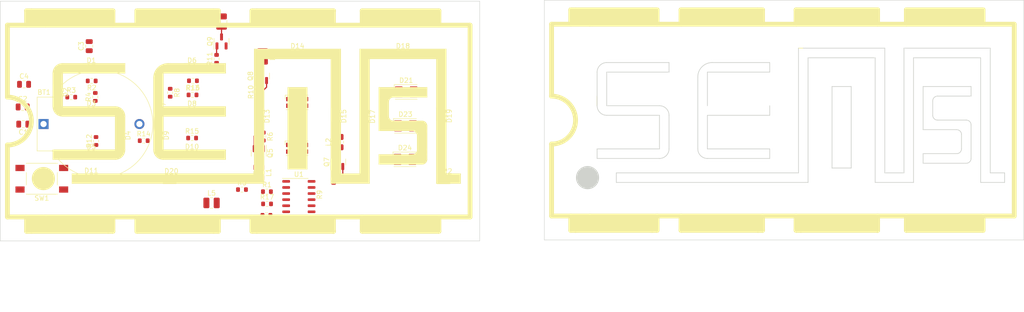
<source format=kicad_pcb>
(kicad_pcb (version 20221018) (generator pcbnew)
  (layers (0 "F.Cu" signal) (31 "B.Cu" signal) (34 "B.Paste" user) (35 "F.Paste" user) (36 "B.SilkS" user "B.Silkscreen") (37 "F.SilkS" user "F.Silkscreen") (38 "B.Mask" user) (39 "F.Mask" user) (44 "Edge.Cuts" user))
  (net 0 "")
  (net 1 "Net-(D1-K)")
  (net 2 "VCC")
  (net 3 "Net-(D10-K)")
  (net 4 "/LED_EN_M")
  (net 5 "Earth")
  (net 6 "GND")
  (net 7 "/LED_VCC_15_B")
  (net 8 "/LED_VCC_15_G")
  (net 9 "/LED_VCC_15_R")
  (net 13 "Net-(Q7-D)")
  (net 14 "Net-(Q8-D)")
  (net 15 "Net-(Q11-D)")
  (net 16 "/LED_EN_S")
  (net 17 "/LED_EN_E")
  (net 20 "Net-(SW1A-A)")
  (net 26 "Net-(Q5-D)")
  (net 27 "Net-(Q9-D)")
  (net 28 "Net-(Q1-G)")
  (net 29 "Net-(Q6-G)")
  (net 30 "Net-(D2-A)")
  (net 31 "Net-(D3-A)")
  (net 32 "Net-(D4-A)")
  (net 33 "Net-(D5-A)")
  (net 34 "Net-(D6-A)")
  (net 35 "Net-(D7-A)")
  (net 36 "Net-(D8-A)")
  (net 37 "Net-(D9-A)")
  (net 38 "Net-(D10-A)")
  (net 39 "Net-(D11-K)")
  (net 40 "Net-(Q2-G)")
  (net 41 "Net-(D1-A)")
  (footprint "LED_SMD:LED_RGB_Wuerth-PLCC4_3.2x2.8mm_150141M173100" (layer "F.Cu") (at 106.672 43.9244)
    (fp_text reference "D21")
    (fp_text value "LED_ARGB")
  )
  (footprint "LED_SMD:LED_RGB_Wuerth-PLCC4_3.2x2.8mm_150141M173100" (layer "F.Cu") (at 106.4186 57.9848)
    (fp_text reference "D24")
    (fp_text value "LED_ARGB")
  )
  (footprint "Inductor_SMD:L_1008_2520Metric" (layer "F.Cu") (at 92.4994 54.3952 90)
    (fp_text reference "L2")
    (fp_text value "L")
  )
  (footprint "LED_SMD:LED_RGB_Wuerth-PLCC4_3.2x2.8mm_150141M173100" (layer "F.Cu") (at 83.9142 55.6734)
    (fp_text reference "D16")
    (fp_text value "LED_ARGB")
  )
  (footprint "Resistor_SMD:R_0603_1608Metric" (layer "F.Cu") (at 57.4474 44.091 -90)
    (fp_text reference "R8")
    (fp_text value "R")
  )
  (footprint "LED_SMD:LED_0805_2012Metric" (layer "F.Cu") (at 114.8237 62.125)
    (fp_text reference "D22")
    (fp_text value "LED")
  )
  (footprint "Resistor_SMD:R_0603_1608Metric" (layer "F.Cu") (at 41.8264 44.9678 90)
    (fp_text reference "R4")
    (fp_text value "R")
  )
  (footprint "Resistor_SMD:R_0603_1608Metric" (layer "F.Cu") (at 41.9788 54.1626 90)
    (fp_text reference "R12")
    (fp_text value "R")
  )
  (footprint "LED_SMD:LED_0805_2012Metric" (layer "F.Cu") (at 41 57)
    (fp_text reference "D5")
    (fp_text value "LED")
  )
  (footprint "LED_SMD:LED_0805_2012Metric" (layer "F.Cu") (at 41 39)
    (fp_text reference "D1")
    (fp_text value "LED")
  )
  (footprint "LED_SMD:LED_0805_2012Metric" (layer "F.Cu") (at 34 44 -90)
    (fp_text reference "D2")
    (fp_text value "LED")
  )
  (footprint "Resistor_SMD:R_0603_1608Metric" (layer "F.Cu") (at 62.0194 53.5398)
    (fp_text reference "R15")
    (fp_text value "R")
  )
  (footprint "Resistor_SMD:R_0603_1608Metric" (layer "F.Cu") (at 36.8104 45.0054)
    (fp_text reference "R3")
    (fp_text value "R")
  )
  (footprint "Resistor_SMD:R_0603_1608Metric" (layer "F.Cu") (at 51.9234 54.0986)
    (fp_text reference "R14")
    (fp_text value "R")
  )
  (footprint "Inductor_SMD:L_1008_2520Metric" (layer "F.Cu") (at 66.0752 67.078)
    (fp_text reference "L5")
    (fp_text value "L")
  )
  (footprint "LED_SMD:LED_0805_2012Metric" (layer "F.Cu") (at 62 57)
    (fp_text reference "D10")
    (fp_text value "LED")
  )
  (footprint "Resistor_SMD:R_0603_1608Metric" (layer "F.Cu") (at 75.71 43.9386 90)
    (fp_text reference "R10")
    (fp_text value "100k")
  )
  (footprint "karifa:CR2032_Holder" (layer "F.Cu") (at 31.0314 50.6188)
    (fp_text reference "BT1")
    (fp_text value "Battery")
  )
  (footprint "Resistor_SMD:R_0603_1608Metric" (layer "F.Cu") (at 77.6536 67.2812)
    (fp_text reference "R17")
    (fp_text value "R")
  )
  (footprint "LED_SMD:LED_0805_2012Metric" (layer "F.Cu") (at 92 49 -90)
    (fp_text reference "D15")
    (fp_text value "LED")
  )
  (footprint "Inductor_SMD:L_1008_2520Metric" (layer "F.Cu") (at 76.726 36.5218 -90)
    (fp_text reference "L3")
    (fp_text value "L")
  )
  (footprint "Capacitor_SMD:C_0805_2012Metric" (layer "F.Cu") (at 26.6778 47.0628)
    (fp_text reference "C2")
    (fp_text value "C")
  )
  (footprint "Resistor_SMD:R_0603_1608Metric" (layer "F.Cu") (at 62.1972 41.6018 180)
    (fp_text reference "R16")
    (fp_text value "R")
  )
  (footprint "LED_SMD:LED_0805_2012Metric" (layer "F.Cu") (at 84 36)
    (fp_text reference "D14")
    (fp_text value "LED")
  )
  (footprint "Capacitor_SMD:C_0805_2012Metric" (layer "F.Cu") (at 40.5564 34.373 90)
    (fp_text reference "C3")
    (fp_text value "C")
  )
  (footprint "LED_SMD:LED_0805_2012Metric" (layer "F.Cu") (at 41 62)
    (fp_text reference "D11")
    (fp_text value "LED")
  )
  (footprint "sajat:SW_Push_K2-1102SP" (layer "F.Cu") (at 30.6724 62.034 90)
    (fp_text reference "SW1")
    (fp_text value "SW_DPST_x2")
  )
  (footprint "Inductor_SMD:L_1008_2520Metric" (layer "F.Cu") (at 68.1662 29.2492 90)
    (fp_text reference "L4")
    (fp_text value "L")
  )
  (footprint "LED_SMD:LED_0805_2012Metric" (layer "F.Cu") (at 62 39)
    (fp_text reference "D6")
    (fp_text value "LED")
  )
  (footprint "LED_SMD:LED_0805_2012Metric" (layer "F.Cu") (at 55 44 -90)
    (fp_text reference "D7")
    (fp_text value "LED")
  )
  (footprint "Inductor_SMD:L_1008_2520Metric" (layer "F.Cu") (at 75.9386 60.74315 -90)
    (fp_text reference "L1")
    (fp_text value "L")
  )
  (footprint "Package_SO:STC_SOP-16_3.9x9.9mm_P1.27mm" (layer "F.Cu") (at 84.2868 67.0272 -90)
    (fp_text reference "U1")
    (fp_text value "STC8G1K08-SOP16")
  )
  (footprint "sajat:SOT-23" (layer "F.Cu") (at 75.9132 56.69635 90)
    (fp_text reference "Q5")
    (fp_text value "AO3401A")
  )
  (footprint "Resistor_SMD:R_0603_1608Metric" (layer "F.Cu") (at 72.4212 64.2932)
    (fp_text reference "R5")
    (fp_text value "R")
  )
  (footprint "Resistor_SMD:R_0603_1608Metric" (layer "F.Cu") (at 62.1088 44.5482)
    (fp_text reference "R13")
    (fp_text value "R")
  )
  (footprint "LED_SMD:LED_0805_2012Metric" (layer "F.Cu") (at 55 53 -90)
    (fp_text reference "D9")
    (fp_text value "LED")
  )
  (footprint "LED_SMD:LED_RGB_Wuerth-PLCC4_3.2x2.8mm_150141M173100" (layer "F.Cu") (at 83.939 46.1088)
    (fp_text reference "D12")
    (fp_text value "LED_ARGB")
  )
  (footprint "sajat:SOT-23" (layer "F.Cu") (at 68.156 33.3917 -90)
    (fp_text reference "Q9")
    (fp_text value "AO3401A")
  )
  (footprint "Capacitor_SMD:C_0805_2012Metric" (layer "F.Cu") (at 26.9674 42.3384)
    (fp_text reference "C4")
    (fp_text value "C")
  )
  (footprint "LED_SMD:LED_0805_2012Metric" (layer "F.Cu") (at 41 48)
    (fp_text reference "D3")
    (fp_text value "LED")
  )
  (footprint "Resistor_SMD:R_0603_1608Metric" (layer "F.Cu") (at 76.8784 53.22875 -90)
    (fp_text reference "R6")
    (fp_text value "100k")
  )
  (footprint "LED_SMD:LED_0805_2012Metric" (layer "F.Cu") (at 98 49.0625 -90)
    (fp_text reference "D17")
    (fp_text value "LED")
  )
  (footprint "Resistor_SMD:R_0603_1608Metric" (layer "F.Cu") (at 67.1248 37.0338 90)
    (fp_text reference "R11")
    (fp_text value "100k")
  )
  (footprint "LED_SMD:LED_RGB_Wuerth-PLCC4_3.2x2.8mm_150141M173100" (layer "F.Cu") (at 106.5202 50.9998)
    (fp_text reference "D23")
    (fp_text value "LED_ARGB")
  )
  (footprint "LED_SMD:LED_0805_2012Metric" (layer "F.Cu") (at 106 36)
    (fp_text reference "D18")
    (fp_text value "LED")
  )
  (footprint "Resistor_SMD:R_0603_1608Metric" (layer "F.Cu") (at 77.6282 64.7158)
    (fp_text reference "R1")
    (fp_text value "R")
  )
  (footprint "Resistor_SMD:R_0603_1608Metric" (layer "F.Cu") (at 77.5256 69.6434 180)
    (fp_text reference "R7")
    (fp_text value "R")
  )
  (footprint "Capacitor_SMD:C_0805_2012Metric" (layer "F.Cu") (at 26.8048 50.6442 180)
    (fp_text reference "C1")
    (fp_text value "C")
  )
  (footprint "Resistor_SMD:R_0603_1608Metric" (layer "F.Cu") (at 91.5342 62.061 90)
    (fp_text reference "R9")
    (fp_text value "100k")
  )
  (footprint "sajat:SOT-23" (layer "F.Cu") (at 92.4994 58.5436 -90)
    (fp_text reference "Q7")
    (fp_text value "AO3401A")
  )
  (footprint "LED_SMD:LED_0805_2012Metric" (layer "F.Cu") (at 57.7037 62.0996)
    (fp_text reference "D20")
    (fp_text value "LED")
  )
  (footprint "Resistor_SMD:R_0603_1608Metric" (layer "F.Cu") (at 41.0776 41.6272 180)
    (fp_text reference "R2")
    (fp_text value "R")
  )
  (footprint "LED_SMD:LED_0805_2012Metric" (layer "F.Cu") (at 76 49 -90)
    (fp_text reference "D13")
    (fp_text value "LED")
  )
  (footprint "LED_SMD:LED_0805_2012Metric" (layer "F.Cu") (at 47 53 -90)
    (fp_text reference "D4")
    (fp_text value "LED")
  )
  (footprint "LED_SMD:LED_0805_2012Metric" (layer "F.Cu") (at 114 48.9375 -90)
    (fp_text reference "D19")
    (fp_text value "LED")
  )
  (footprint "sajat:SOT-23" (layer "F.Cu") (at 76.599 40.6112 -90)
    (fp_text reference "Q8")
    (fp_text value "AO3401A")
  )
  (footprint "LED_SMD:LED_0805_2012Metric" (layer "F.Cu") (at 62 48)
    (fp_text reference "D8")
    (fp_text value "LED")
  )
  (gr_line (start 50.5 73) (end 50.5 70) (stroke (width 1)) (layer "F.SilkS"))
  (gr_line (start 99 37) (end 113 37) (stroke (width 0.15)) (layer "F.SilkS"))
  (gr_line (start 37 63) (end 77 63) (stroke (width 0.15)) (layer "F.SilkS"))
  (gr_line (start 48 40) (end 35 40) (stroke (width 0.15)) (layer "F.SilkS"))
  (gr_line (start 164 72.8) (end 164 69.8) (stroke (width 1)) (layer "F.SilkS"))
  (gr_line (start 101 57) (end 108 57) (stroke (width 0.15)) (layer "F.SilkS"))
  (gr_line (start 27.5 27) (end 28.5 27) (stroke (width 1)) (layer "F.SilkS"))
  (gr_line (start 145 69.8) (end 233.5 69.8) (stroke (width 1)) (layer "F.SilkS"))
  (gr_line (start 104 50) (end 110 50) (stroke (width 0.15)) (layer "F.SilkS"))
  (gr_line (start 75.5 27) (end 74.5 27) (stroke (width 1)) (layer "F.SilkS"))
  (gr_line (start 164 26.8) (end 164 29.8) (stroke (width 1)) (layer "F.SilkS"))
  (gr_arc (start 56 58) (mid 54.585786 57.414214) (end 54 56) (stroke (width 0.15)) (layer "F.SilkS"))
  (gr_arc (start 110 50) (mid 110.707107 50.292893) (end 111 51) (stroke (width 0.15)) (layer "F.SilkS"))
  (gr_line (start 145 29.8) (end 233.5 29.8) (stroke (width 1)) (layer "F.SilkS"))
  (gr_arc (start 111 58) (mid 110.707107 58.707107) (end 110 59) (stroke (width 0.15)) (layer "F.SilkS"))
  (gr_line (start 56 49) (end 56 56) (stroke (width 0.15)) (layer "F.SilkS"))
  (gr_line (start 189.5 34.8) (end 188.5 34.8) (stroke (width 0.15)) (layer "F.SilkS"))
  (gr_arc (start 33 40) (mid 33.585786 38.585786) (end 35 38) (stroke (width 0.15)) (layer "F.SilkS"))
  (gr_line (start 37 61) (end 37 63) (stroke (width 0.15)) (layer "F.SilkS"))
  (gr_line (start 205 72.8) (end 189 72.8) (stroke (width 1)) (layer "F.SilkS"))
  (gr_line (start 66.5 27) (end 67.5 27) (stroke (width 1)) (layer "F.SilkS"))
  (gr_line (start 27.5 27) (end 27.5 30) (stroke (width 1)) (layer "F.SilkS"))
  (gr_line (start 93 61) (end 97 61) (stroke (width 0.15)) (layer "F.SilkS"))
  (gr_line (start 113 63) (end 118 63) (stroke (width 0.15)) (layer "F.SilkS"))
  (gr_line (start 75 35) (end 75 61) (stroke (width 0.15)) (layer "F.SilkS"))
  (gr_line (start 227 72.8) (end 227 69.8) (stroke (width 1)) (layer "F.SilkS"))
  (gr_line (start 180 26.8) (end 181 26.8) (stroke (width 1)) (layer "F.SilkS"))
  (gr_arc (start 109 56) (mid 108.707107 56.707107) (end 108 57) (stroke (width 0.15)) (layer "F.SilkS"))
  (gr_line (start 164 72.8) (end 180 72.8) (stroke (width 1)) (layer "F.SilkS"))
  (gr_line (start 50.5 27) (end 66.5 27) (stroke (width 1)) (layer "F.SilkS"))
  (gr_line (start 189 72.8) (end 188 72.8) (stroke (width 1)) (layer "F.SilkS"))
  (gr_line (start 91 63) (end 99 63) (stroke (width 0.15)) (layer "F.SilkS"))
  (gr_line (start 93 35) (end 76 35) (stroke (width 0.15)) (layer "F.SilkS"))
  (gr_line (start 91.5 27) (end 75.5 27) (stroke (width 1)) (layer "F.SilkS"))
  (gr_line (start 188 26.8) (end 188 29.8) (stroke (width 1)) (layer "F.SilkS"))
  (gr_line (start 158 26.8) (end 159 26.8) (stroke (width 1)) (layer "F.SilkS"))
  (gr_line (start 45.5 73) (end 45.5 70) (stroke (width 1)) (layer "F.SilkS"))
  (gr_line (start 69 38) (end 69 40) (stroke (width 0.15)) (layer "F.SilkS"))
  (gr_line (start 27.5 73) (end 27.5 70) (stroke (width 1)) (layer "F.SilkS"))
  (gr_line (start 101 52) (end 101 43) (stroke (width 0.15)) (layer "F.SilkS"))
  (gr_arc (start 48 56) (mid 47.414214 57.414214) (end 46 58) (stroke (width 0.15)) (layer "F.SilkS"))
  (gr_line (start 111 43) (end 111 45) (stroke (width 0.15)) (layer "F.SilkS"))
  (gr_line (start 56 58) (end 69 58) (stroke (width 0.15)) (layer "F.SilkS"))
  (gr_line (start 205 72.8) (end 205 72.8) (stroke (width 1)) (layer "F.SilkS"))
  (gr_line (start 27.5 27) (end 27.5 28) (stroke (width 0.15)) (layer "F.SilkS"))
  (gr_line (start 82 60) (end 86 60) (stroke (width 0.15)) (layer "F.SilkS"))
  (gr_arc (start 46 47) (mid 47.414214 47.585786) (end 48 49) (stroke (width 0.15)) (layer "F.SilkS"))
  (gr_line (start 56 40) (end 69 40) (stroke (width 0.15)) (layer "F.SilkS"))
  (gr_line (start 137 29.8) (end 137 44.8) (stroke (width 1)) (layer "F.SilkS"))
  (gr_line (start 86 43) (end 82 43) (stroke (width 0.15)) (layer "F.SilkS"))
  (gr_line (start 181 26.8) (end 181 29.8) (stroke (width 1)) (layer "F.SilkS"))
  (gr_line (start 146.5 46.8) (end 146.5 44.8) (stroke (width 0.15)) (layer "F.SilkS"))
  (gr_line (start 110 59) (end 101 59) (stroke (width 0.15)) (layer "F.SilkS"))
  (gr_line (start 113.5 73) (end 97.5 73) (stroke (width 1)) (layer "F.SilkS"))
  (gr_line (start 180 72.8) (end 181 72.8) (stroke (width 1)) (layer "F.SilkS"))
  (gr_line (start 74.5 27) (end 74.5 30) (stroke (width 1)) (layer "F.SilkS"))
  (gr_line (start 91 37) (end 91 63) (stroke (width 0.15)) (layer "F.SilkS"))
  (gr_line (start 23.5 55) (end 23.5 70) (stroke (width 1)) (layer "F.SilkS"))
  (gr_line (start 33 47) (end 33 45) (stroke (width 0.15)) (layer "F.SilkS"))
  (gr_line (start 56 47) (end 56 40) (stroke (width 0.15)) (layer "F.SilkS"))
  (gr_line (start 137 29.8) (end 145 29.8) (stroke (width 1)) (layer "F.SilkS"))
  (gr_line (start 28.5 73) (end 44.5 73) (stroke (width 1)) (layer "F.SilkS"))
  (gr_line (start 33 40) (end 33 47) (stroke (width 0.15)) (layer "F.SilkS"))
  (gr_line (start 91.5 27) (end 91.5 27) (stroke (width 1)) (layer "F.SilkS"))
  (gr_line (start 118 61) (end 115 61) (stroke (width 0.15)) (layer "F.SilkS"))
  (gr_line (start 56 47) (end 69 47) (stroke (width 0.15)) (layer "F.SilkS"))
  (gr_line (start 91.5 73) (end 75.5 73) (stroke (width 1)) (layer "F.SilkS"))
  (gr_line (start 141 72.8) (end 142 72.8) (stroke (width 1)) (layer "F.SilkS"))
  (gr_line (start 159 72.8) (end 159 69.8) (stroke (width 1)) (layer "F.SilkS"))
  (gr_arc (start 104 50) (mid 103.292893 49.707107) (end 103 49) (stroke (width 0.15)) (layer "F.SilkS"))
  (gr_line (start 142 72.8) (end 158 72.8) (stroke (width 1)) (layer "F.SilkS"))
  (gr_line (start 48 38) (end 35 38) (stroke (width 0.15)) (layer "F.SilkS"))
  (gr_line (start 159 26.8) (end 159 29.8) (stroke (width 1)) (layer "F.SilkS"))
  (gr_arc (start 108 52) (mid 108.707107 52.292893) (end 109 53) (stroke (width 0.15)) (layer "F.SilkS"))
  (gr_arc (start 103 46) (mid 103.292893 45.292893) (end 104 45) (stroke (width 0.15)) (layer "F.SilkS"))
  (gr_line (start 91.5 73) (end 91.5 70) (stroke (width 1)) (layer "F.SilkS"))
  (gr_line (start 113.5 73) (end 113.5 70) (stroke (width 1)) (layer "F.SilkS"))
  (gr_line (start 44.5 27) (end 45.5 27) (stroke (width 1)) (layer "F.SilkS"))
  (gr_line (start 45.5 27) (end 45.5 30) (stroke (width 1)) (layer "F.SilkS"))
  (gr_line (start 93 61) (end 93 35) (stroke (width 0.15)) (layer "F.SilkS"))
  (gr_line (start 137 54.8) (end 137 69.8) (stroke (width 1)) (layer "F.SilkS"))
  (gr_line (start 23.5 70) (end 31.5 70) (stroke (width 1)) (layer "F.SilkS"))
  (gr_line (start 48 49) (end 48 56) (stroke (width 0.15)) (layer "F.SilkS"))
  (gr_line (start 75 61) (end 37 61) (stroke (width 0.15)) (layer "F.SilkS"))
  (gr_line (start 227 26.8) (end 227 29.8) (stroke (width 1)) (layer "F.SilkS"))
  (gr_line (start 97.5 27) (end 97.5 30) (stroke (width 1)) (layer "F.SilkS"))
  (gr_line (start 82 43) (end 82 60) (stroke (width 0.15)) (layer "F.SilkS"))
  (gr_line (start 69 56) (end 69 58) (stroke (width 0.15)) (layer "F.SilkS"))
  (gr_line (start 77 63) (end 77 37) (stroke (width 0.15)) (layer "F.SilkS"))
  (gr_line (start 101 43) (end 111 43) (stroke (width 0.15)) (layer "F.SilkS"))
  (gr_line (start 141 26.8) (end 141 27.8) (stroke (width 0.15)) (layer "F.SilkS"))
  (gr_line (start 211 26.8) (end 211 29.8) (stroke (width 1)) (layer "F.SilkS"))
  (gr_line (start 108 52) (end 101 52) (stroke (width 0.15)) (layer "F.SilkS"))
  (gr_line (start 75.5 73) (end 74.5 73) (stroke (width 1)) (layer "F.SilkS"))
  (gr_line (start 74.5 73) (end 74.5 70) (stroke (width 1)) (layer "F.SilkS"))
  (gr_arc (start 23.5 45) (mid 28.5 50) (end 23.5 55) (stroke (width 1)) (layer "F.SilkS"))
  (gr_line (start 35 47) (end 46 47) (stroke (width 0.15)) (layer "F.SilkS"))
  (gr_line (start 227 26.8) (end 211 26.8) (stroke (width 1)) (layer "F.SilkS"))
  (gr_line (start 35 40) (end 35 47) (stroke (width 0.15)) (layer "F.SilkS"))
  (gr_line (start 164 26.8) (end 180 26.8) (stroke (width 1)) (layer "F.SilkS"))
  (gr_line (start 205 26.8) (end 205 26.8) (stroke (width 1)) (layer "F.SilkS"))
  (gr_line (start 115 35) (end 97 35) (stroke (width 0.15)) (layer "F.SilkS"))
  (gr_line (start 99 63) (end 99 37) (stroke (width 0.15)) (layer "F.SilkS"))
  (gr_line (start 111 51) (end 111 58) (stroke (width 0.15)) (layer "F.SilkS"))
  (gr_line (start 115 61) (end 115 35) (stroke (width 0.15)) (layer "F.SilkS"))
  (gr_line (start 33 56) (end 33 58) (stroke (width 0.15)) (layer "F.SilkS"))
  (gr_line (start 113.5 27) (end 113.5 30) (stroke (width 1)) (layer "F.SilkS"))
  (gr_line (start 56 56) (end 69 56) (stroke (width 0.15)) (layer "F.SilkS"))
  (gr_line (start 158 72.8) (end 159 72.8) (stroke (width 1)) (layer "F.SilkS"))
  (gr_line (start 77 37) (end 91 37) (stroke (width 0.15)) (layer "F.SilkS"))
  (gr_arc (start 54 41) (mid 54.87868 38.87868) (end 57 38) (stroke (width 0.15)) (layer "F.SilkS"))
  (gr_line (start 76 35) (end 75 35) (stroke (width 0.15)) (layer "F.SilkS"))
  (gr_line (start 33 58) (end 46 58) (stroke (width 0.15)) (layer "F.SilkS"))
  (gr_line (start 31.5 70) (end 120 70) (stroke (width 1)) (layer "F.SilkS"))
  (gr_line (start 23.5 30) (end 23.5 45) (stroke (width 1)) (layer "F.SilkS"))
  (gr_line (start 211 72.8) (end 211 69.8) (stroke (width 1)) (layer "F.SilkS"))
  (gr_line (start 181 72.8) (end 181 69.8) (stroke (width 1)) (layer "F.SilkS"))
  (gr_line (start 67.5 73) (end 67.5 70) (stroke (width 1)) (layer "F.SilkS"))
  (gr_line (start 227 72.8) (end 211 72.8) (stroke (width 1)) (layer "F.SilkS"))
  (gr_line (start 86 60) (end 86 43) (stroke (width 0.15)) (layer "F.SilkS"))
  (gr_line (start 54 41) (end 54 56) (stroke (width 0.15)) (layer "F.SilkS"))
  (gr_line (start 205 72.8) (end 205 69.8) (stroke (width 1)) (layer "F.SilkS"))
  (gr_line (start 23.5 30) (end 31.5 30) (stroke (width 1)) (layer "F.SilkS"))
  (gr_line (start 113 37) (end 113 63) (stroke (width 0.15)) (layer "F.SilkS"))
  (gr_line (start 46 49) (end 46 56) (stroke (width 0.15)) (layer "F.SilkS"))
  (gr_circle (center 31 62) (end 32.414214 62) (stroke (width 2)) (fill solid) (layer "F.SilkS"))
  (gr_line (start 27.5 73) (end 27.5 72) (stroke (width 0.15)) (layer "F.SilkS"))
  (gr_line (start 31.5 30) (end 120 30) (stroke (width 1)) (layer "F.SilkS"))
  (gr_line (start 141 72.8) (end 141 71.8) (stroke (width 0.15)) (layer "F.SilkS"))
  (gr_line (start 69 38) (end 57 38) (stroke (width 0.15)) (layer "F.SilkS"))
  (gr_line (start 233.5 29.8) (end 233.5 69.8) (stroke (width 1)) (layer "F.SilkS"))
  (gr_arc (start 35 49) (mid 33.585786 48.414214) (end 33 47) (stroke (width 0.15)) (layer "F.SilkS"))
  (gr_line (start 69 47) (end 69 49) (stroke (width 0.15)) (layer "F.SilkS"))
  (gr_line (start 120 30) (end 120 70) (stroke (width 1)) (layer "F.SilkS"))
  (gr_line (start 141 26.8) (end 142 26.8) (stroke (width 1)) (layer "F.SilkS"))
  (gr_line (start 97 61) (end 97 35) (stroke (width 0.15)) (layer "F.SilkS"))
  (gr_line (start 46 56) (end 33 56) (stroke (width 0.15)) (layer "F.SilkS"))
  (gr_line (start 48 38) (end 48 40) (stroke (width 0.15)) (layer "F.SilkS"))
  (gr_line (start 97.5 73) (end 97.5 70) (stroke (width 1)) (layer "F.SilkS"))
  (gr_line (start 101 59) (end 101 57) (stroke (width 0.15)) (layer "F.SilkS"))
  (gr_arc (start 137 44.8) (mid 142 49.8) (end 137 54.8) (stroke (width 1)) (layer "F.SilkS"))
  (gr_line (start 27.5 73) (end 28.5 73) (stroke (width 1)) (layer "F.SilkS"))
  (gr_line (start 109 56) (end 109 53) (stroke (width 0.15)) (layer "F.SilkS"))
  (gr_line (start 137 69.8) (end 145 69.8) (stroke (width 1)) (layer "F.SilkS"))
  (gr_line (start 50.5 73) (end 66.5 73) (stroke (width 1)) (layer "F.SilkS"))
  (gr_line (start 188 72.8) (end 188 69.8) (stroke (width 1)) (layer "F.SilkS"))
  (gr_line (start 91.5 27) (end 91.5 30) (stroke (width 1)) (layer "F.SilkS"))
  (gr_line (start 113.5 27) (end 97.5 27) (stroke (width 1)) (layer "F.SilkS"))
  (gr_line (start 141 72.8) (end 141 69.8) (stroke (width 1)) (layer "F.SilkS"))
  (gr_line (start 142 26.8) (end 158 26.8) (stroke (width 1)) (layer "F.SilkS"))
  (gr_line (start 66.5 73) (end 67.5 73) (stroke (width 1)) (layer "F.SilkS"))
  (gr_line (start 205 26.8) (end 205 29.8) (stroke (width 1)) (layer "F.SilkS"))
  (gr_line (start 205 26.8) (end 189 26.8) (stroke (width 1)) (layer "F.SilkS"))
  (gr_line (start 28.5 27) (end 44.5 27) (stroke (width 1)) (layer "F.SilkS"))
  (gr_line (start 44.5 73) (end 45.5 73) (stroke (width 1)) (layer "F.SilkS"))
  (gr_line (start 141 26.8) (end 141 29.8) (stroke (width 1)) (layer "F.SilkS"))
  (gr_line (start 189 26.8) (end 188 26.8) (stroke (width 1)) (layer "F.SilkS"))
  (gr_line (start 46 49) (end 35 49) (stroke (width 0.15)) (layer "F.SilkS"))
  (gr_line (start 67.5 27) (end 67.5 30) (stroke (width 1)) (layer "F.SilkS"))
  (gr_line (start 111 45) (end 104 45) (stroke (width 0.15)) (layer "F.SilkS"))
  (gr_line (start 91.5 73) (end 91.5 73) (stroke (width 1)) (layer "F.SilkS"))
  (gr_line (start 118 63) (end 118 61) (stroke (width 0.15)) (layer "F.SilkS"))
  (gr_line (start 103 46) (end 103 49) (stroke (width 0.15)) (layer "F.SilkS"))
  (gr_line (start 56 49) (end 69 49) (stroke (width 0.15)) (layer "F.SilkS"))
  (gr_line (start 50.5 27) (end 50.5 30) (stroke (width 1)) (layer "F.SilkS"))
  (gr_line (start 169.5 48.8) (end 182.5 48.8) (stroke (width 0.15)) (layer "Edge.Cuts"))
  (gr_line (start 182.5 46.8) (end 182.5 48.8) (stroke (width 0.15)) (layer "Edge.Cuts"))
  (gr_arc (start 217.5 49.8) (mid 216.792894 49.507107) (end 216.5 48.8) (stroke (width 0.15)) (layer "Edge.Cuts"))
  (gr_line (start 148.5 39.8) (end 148.5 46.8) (stroke (width 0.15)) (layer "Edge.Cuts"))
  (gr_arc (start 159.5 46.8) (mid 160.914214 47.385786) (end 161.5 48.8) (stroke (width 0.15)) (layer "Edge.Cuts"))
  (gr_line (start 182.5 37.8) (end 182.5 39.8) (stroke (width 0.15)) (layer "Edge.Cuts"))
  (gr_line (start 159.5 48.8) (end 148.5 48.8) (stroke (width 0.15)) (layer "Edge.Cuts"))
  (gr_line (start 214.5 56.8) (end 221.5 56.8) (stroke (width 0.15)) (layer "Edge.Cuts"))
  (gr_line (start 182.5 55.8) (end 182.5 57.8) (stroke (width 0.15)) (layer "Edge.Cuts"))
  (gr_arc (start 221.5 51.8) (mid 222.207106 52.092893) (end 222.5 52.8) (stroke (width 0.15)) (layer "Edge.Cuts"))
  (gr_line (start 122 75) (end 22 75) (stroke (width 0.1)) (layer "Edge.Cuts"))
  (gr_line (start 199.5 42.8) (end 195.5 42.8) (stroke (width 0.15)) (layer "Edge.Cuts"))
  (gr_line (start 190.5 36.8) (end 204.5 36.8) (stroke (width 0.15)) (layer "Edge.Cuts"))
  (gr_line (start 206.5 60.8) (end 210.5 60.8) (stroke (width 0.15)) (layer "Edge.Cuts"))
  (gr_line (start 161.5 37.8) (end 148.5 37.8) (stroke (width 0.15)) (layer "Edge.Cuts"))
  (gr_arc (start 216.5 45.8) (mid 216.792893 45.092894) (end 217.5 44.8) (stroke (width 0.15)) (layer "Edge.Cuts"))
  (gr_line (start 214.5 58.8) (end 214.5 56.8) (stroke (width 0.15)) (layer "Edge.Cuts"))
  (gr_line (start 135.5 74.8) (end 135.5 24.8) (stroke (width 0.1)) (layer "Edge.Cuts"))
  (gr_line (start 135.5 24.8) (end 235.5 24.8) (stroke (width 0.1)) (layer "Edge.Cuts"))
  (gr_line (start 214.5 51.8) (end 214.5 42.8) (stroke (width 0.15)) (layer "Edge.Cuts"))
  (gr_arc (start 161.5 55.8) (mid 160.914214 57.214214) (end 159.5 57.8) (stroke (width 0.15)) (layer "Edge.Cuts"))
  (gr_line (start 146.5 55.8) (end 146.5 57.8) (stroke (width 0.15)) (layer "Edge.Cuts"))
  (gr_arc (start 223.5 49.8) (mid 224.207106 50.092893) (end 224.5 50.8) (stroke (width 0.15)) (layer "Edge.Cuts"))
  (gr_line (start 217.5 49.8) (end 223.5 49.8) (stroke (width 0.15)) (layer "Edge.Cuts"))
  (gr_line (start 146.5 57.8) (end 159.5 57.8) (stroke (width 0.15)) (layer "Edge.Cuts"))
  (gr_line (start 195.5 59.8) (end 199.5 59.8) (stroke (width 0.15)) (layer "Edge.Cuts"))
  (gr_line (start 150.5 62.8) (end 190.5 62.8) (stroke (width 0.15)) (layer "Edge.Cuts"))
  (gr_arc (start 146.5 39.8) (mid 147.085786 38.385786) (end 148.5 37.8) (stroke (width 0.15)) (layer "Edge.Cuts"))
  (gr_line (start 167.5 40.8) (end 167.5 55.8) (stroke (width 0.15)) (layer "Edge.Cuts"))
  (gr_line (start 169.5 55.8) (end 182.5 55.8) (stroke (width 0.15)) (layer "Edge.Cuts"))
  (gr_line (start 169.5 48.8) (end 169.5 55.8) (stroke (width 0.15)) (layer "Edge.Cuts"))
  (gr_arc (start 222.5 55.8) (mid 222.207107 56.507106) (end 221.5 56.8) (stroke (width 0.15)) (layer "Edge.Cuts"))
  (gr_line (start 235.5 24.8) (end 235.5 74.8) (stroke (width 0.1)) (layer "Edge.Cuts"))
  (gr_arc (start 169.5 57.8) (mid 168.085786 57.214214) (end 167.5 55.8) (stroke (width 0.15)) (layer "Edge.Cuts"))
  (gr_line (start 216.5 45.8) (end 216.5 48.8) (stroke (width 0.15)) (layer "Edge.Cuts"))
  (gr_line (start 231.5 60.8) (end 228.5 60.8) (stroke (width 0.15)) (layer "Edge.Cuts"))
  (gr_line (start 212.5 62.8) (end 212.5 36.8) (stroke (width 0.15)) (layer "Edge.Cuts"))
  (gr_line (start 169.5 39.8) (end 182.5 39.8) (stroke (width 0.15)) (layer "Edge.Cuts"))
  (gr_circle (center 144.5 61.8) (end 145.914214 61.8) (stroke (width 2)) (fill solid) (layer "Edge.Cuts"))
  (gr_line (start 159.5 48.8) (end 159.5 55.8) (stroke (width 0.15)) (layer "Edge.Cuts"))
  (gr_line (start 22 75) (end 22 25) (stroke (width 0.1)) (layer "Edge.Cuts"))
  (gr_line (start 210.5 60.8) (end 210.5 34.8) (stroke (width 0.15)) (layer "Edge.Cuts"))
  (gr_line (start 161.5 37.8) (end 161.5 39.8) (stroke (width 0.15)) (layer "Edge.Cuts"))
  (gr_line (start 204.5 62.8) (end 212.5 62.8) (stroke (width 0.15)) (layer "Edge.Cuts"))
  (gr_line (start 199.5 59.8) (end 199.5 42.8) (stroke (width 0.15)) (layer "Edge.Cuts"))
  (gr_line (start 150.5 60.8) (end 150.5 62.8) (stroke (width 0.15)) (layer "Edge.Cuts"))
  (gr_line (start 224.5 42.8) (end 224.5 44.8) (stroke (width 0.15)) (layer "Edge.Cuts"))
  (gr_arc (start 148.5 48.8) (mid 147.085786 48.214214) (end 146.5 46.8) (stroke (width 0.15)) (layer "Edge.Cuts"))
  (gr_line (start 122 25) (end 122 75) (stroke (width 0.1)) (layer "Edge.Cuts"))
  (gr_line (start 188.5 34.8) (end 188.5 60.8) (stroke (width 0.15)) (layer "Edge.Cuts"))
  (gr_line (start 146.5 39.8) (end 146.5 46.8) (stroke (width 0.15)) (layer "Edge.Cuts"))
  (gr_line (start 212.5 36.8) (end 226.5 36.8) (stroke (width 0.15)) (layer "Edge.Cuts"))
  (gr_line (start 206.5 60.8) (end 206.5 34.8) (stroke (width 0.15)) (layer "Edge.Cuts"))
  (gr_line (start 228.5 60.8) (end 228.5 34.8) (stroke (width 0.15)) (layer "Edge.Cuts"))
  (gr_arc (start 224.5 57.8) (mid 224.207107 58.507106) (end 223.5 58.8) (stroke (width 0.15)) (layer "Edge.Cuts"))
  (gr_line (start 148.5 46.8) (end 159.5 46.8) (stroke (width 0.15)) (layer "Edge.Cuts"))
  (gr_line (start 228.5 34.8) (end 210.5 34.8) (stroke (width 0.15)) (layer "Edge.Cuts"))
  (gr_line (start 221.5 51.8) (end 214.5 51.8) (stroke (width 0.15)) (layer "Edge.Cuts"))
  (gr_line (start 223.5 58.8) (end 214.5 58.8) (stroke (width 0.15)) (layer "Edge.Cuts"))
  (gr_line (start 190.5 62.8) (end 190.5 36.8) (stroke (width 0.15)) (layer "Edge.Cuts"))
  (gr_line (start 161.5 39.8) (end 148.5 39.8) (stroke (width 0.15)) (layer "Edge.Cuts"))
  (gr_line (start 214.5 42.8) (end 224.5 42.8) (stroke (width 0.15)) (layer "Edge.Cuts"))
  (gr_line (start 224.5 50.8) (end 224.5 57.8) (stroke (width 0.15)) (layer "Edge.Cuts"))
  (gr_line (start 235.5 74.8) (end 135.5 74.8) (stroke (width 0.1)) (layer "Edge.Cuts"))
  (gr_line (start 226.5 62.8) (end 231.5 62.8) (stroke (width 0.15)) (layer "Edge.Cuts"))
  (gr_line (start 159.5 55.8) (end 146.5 55.8) (stroke (width 0.15)) (layer "Edge.Cuts"))
  (gr_line (start 161.5 48.8) (end 161.5 55.8) (stroke (width 0.15)) (layer "Edge.Cuts"))
  (gr_line (start 195.5 42.8) (end 195.5 59.8) (stroke (width 0.15)) (layer "Edge.Cuts"))
  (gr_line (start 224.5 44.8) (end 217.5 44.8) (stroke (width 0.15)) (layer "Edge.Cuts"))
  (gr_line (start 169.5 46.8) (end 169.5 39.8) (stroke (width 0.15)) (layer "Edge.Cuts"))
  (gr_line (start 188.5 60.8) (end 150.5 60.8) (stroke (width 0.15)) (layer "Edge.Cuts"))
  (gr_line (start 204.5 36.8) (end 204.5 62.8) (stroke (width 0.15)) (layer "Edge.Cuts"))
  (gr_line (start 182.5 37.8) (end 170.5 37.8) (stroke (width 0.15)) (layer "Edge.Cuts"))
  (gr_line (start 226.5 36.8) (end 226.5 62.8) (stroke (width 0.15)) (layer "Edge.Cuts"))
  (gr_line (start 206.5 34.8) (end 189.5 34.8) (stroke (width 0.15)) (layer "Edge.Cuts"))
  (gr_line (start 231.5 62.8) (end 231.5 60.8) (stroke (width 0.15)) (layer "Edge.Cuts"))
  (gr_line (start 169.5 57.8) (end 182.5 57.8) (stroke (width 0.15)) (layer "Edge.Cuts"))
  (gr_line (start 22 25) (end 122 25) (stroke (width 0.1)) (layer "Edge.Cuts"))
  (gr_arc (start 167.5 40.8) (mid 168.378679 38.678679) (end 170.5 37.8) (stroke (width 0.15)) (layer "Edge.Cuts"))
  (gr_line (start 222.5 55.8) (end 222.5 52.8) (stroke (width 0.15)) (layer "Edge.Cuts"))
  (segment (start 93.4494 60.9708) (end 93.4494 59.4811) (width 0.25) (layer "F.Cu") (net 2))
  (segment (start 74.9632 53.17595) (end 74.9632 55.75885) (width 0.25) (layer "F.Cu") (net 2))
  (segment (start 76.8784 52.40375) (end 75.7354 52.40375) (width 0.25) (layer "F.Cu") (net 2))
  (segment (start 75.7354 52.40375) (end 74.9632 53.17595) (width 0.25) (layer "F.Cu") (net 2))
  (segment (start 75.71 44.7636) (end 77.549 42.9246) (width 0.25) (layer "F.Cu") (net 2))
  (segment (start 91.5342 62.886) (end 93.4494 60.9708) (width 0.25) (layer "F.Cu") (net 2))
  (segment (start 77.549 42.9246) (end 77.549 41.5487) (width 0.25) (layer "F.Cu") (net 2))
  (segment (start 75.649 43.0526) (end 75.71 43.1136) (width 0.25) (layer "F.Cu") (net 7))
  (segment (start 75.649 41.5487) (end 75.649 43.0526) (width 0.25) (layer "F.Cu") (net 7))
  (segment (start 91.5494 59.4811) (end 91.5494 61.2208) (width 0.25) (layer "F.Cu") (net 8))
  (segment (start 91.5494 61.2208) (end 91.5342 61.236) (width 0.25) (layer "F.Cu") (net 8))
  (segment (start 76.8784 55.74365) (end 76.8632 55.75885) (width 0.25) (layer "F.Cu") (net 9))
  (segment (start 76.8784 54.05375) (end 76.8784 55.74365) (width 0.25) (layer "F.Cu") (net 9))
  (segment (start 92.4994 57.6061) (end 92.4994 55.4702) (width 0.25) (layer "F.Cu") (net 13))
  (segment (start 75.7354 57.81165) (end 75.9132 57.63385) (width 0.25) (layer "F.Cu") (net 26))
  (segment (start 75.9386 57.65925) (end 75.9132 57.63385) (width 0.25) (layer "F.Cu") (net 26))
  (segment (start 75.9386 59.66815) (end 75.9386 57.65925) (width 0.25) (layer "F.Cu") (net 26))
  (segment (start 68.156 30.3344) (end 68.1662 30.3242) (width 0.25) (layer "F.Cu") (net 27))
  (segment (start 68.156 32.4542) (end 68.156 30.3344) (width 0.25) (layer "F.Cu") (net 27))
  (segment (start 67.1248 34.4104) (end 67.206 34.3292) (width 0.25) (layer "F.Cu") (net 39))
  (segment (start 67.1248 36.2088) (end 67.1248 34.4104) (width 0.25) (layer "F.Cu") (net 39))
  (zone (net 0) (net_name "") (layer "F.SilkS") (connect_pads (clearance 0)) (min_thickness 0.25) (fill yes (thermal_gap 0.5) (thermal_bridge_width 0.5))
    (polygon (pts (xy 99 35) (xy 115 35) (xy 115 37) (xy 99 37)))
  )
  (zone (net 0) (net_name "") (layer "F.SilkS") (connect_pads (clearance 0)) (min_thickness 0.25) (fill yes (thermal_gap 0.5) (thermal_bridge_width 0.5))
    (polygon (pts (xy 108 52) (xy 108 50) (xy 101 50) (xy 101 52)))
  )
  (zone (net 0) (net_name "") (layer "F.SilkS") (connect_pads (clearance 0)) (min_thickness 0.25) (fill yes (thermal_gap 0.5) (thermal_bridge_width 0.5))
    (polygon (pts (xy 77 35) (xy 93 35) (xy 93 37) (xy 77 37)))
  )
  (zone (net 0) (net_name "") (layer "F.SilkS") (connect_pads (clearance 0.5)) (min_thickness 0.25) (fill yes (thermal_gap 0.5) (thermal_bridge_width 0.5))
    (polygon (pts (xy 141 26.8) (xy 159 26.8) (xy 159 29.8) (xy 141 29.8)))
  )
  (zone (net 0) (net_name "") (layer "F.SilkS") (connect_pads (clearance 0)) (min_thickness 0.25) (fill yes (thermal_gap 0.5) (thermal_bridge_width 0.5))
    (polygon (pts (xy 113 37) (xy 115 37) (xy 115 62) (xy 115 63) (xy 113 63)))
  )
  (zone (net 0) (net_name "") (layer "F.SilkS") (connect_pads (clearance 0)) (min_thickness 0.25) (fill yes (thermal_gap 0.5) (thermal_bridge_width 0.5))
    (polygon (pts (xy 108.6 56.9) (xy 111 57) (xy 111 57.8) (xy 110.9 58.4) (xy 110.5 58.8) (xy 110.2 59) (xy 108.6 59)))
  )
  (zone (net 0) (net_name "") (layer "F.SilkS") (connect_pads (clearance 0)) (min_thickness 0.25) (fill yes (thermal_gap 0.5) (thermal_bridge_width 0.5))
    (polygon (pts (xy 56 40) (xy 54 41) (xy 54 56) (xy 56 56)))
  )
  (zone (net 0) (net_name "") (layer "F.SilkS") (connect_pads (clearance 0)) (min_thickness 0.25) (fill yes (thermal_gap 0.5) (thermal_bridge_width 0.5))
    (polygon (pts (xy 93 61) (xy 99 61) (xy 99 63) (xy 93 63)))
  )
  (zone (net 0) (net_name "") (layer "F.SilkS") (connect_pads (clearance 0)) (min_thickness 0.25) (fill yes (thermal_gap 0.5) (thermal_bridge_width 0.5))
    (polygon (pts (xy 69 47) (xy 69 49) (xy 56 49) (xy 56 47)))
  )
  (zone (net 0) (net_name "") (layer "F.SilkS") (connect_pads (clearance 0)) (min_thickness 0.25) (fill yes (thermal_gap 0.5) (thermal_bridge_width 0.5))
    (polygon (pts (xy 46 56) (xy 33 56) (xy 33 58) (xy 46 58)))
  )
  (zone (net 0) (net_name "") (layer "F.SilkS") (connect_pads (clearance 0)) (min_thickness 0.25) (fill yes (thermal_gap 0.5) (thermal_bridge_width 0.5))
    (polygon (pts (xy 46 56) (xy 48 56) (xy 48 49) (xy 46 49)))
  )
  (zone (net 0) (net_name "") (layer "F.SilkS") (connect_pads (clearance 0.5)) (min_thickness 0.25) (fill yes (thermal_gap 0.5) (thermal_bridge_width 0.5))
    (polygon (pts (xy 45.5 70) (xy 45.5 73) (xy 27.5 72.5) (xy 27.5 70)))
  )
  (zone (net 0) (net_name "") (layer "F.SilkS") (connect_pads (clearance 0.5)) (min_thickness 0.25) (fill yes (thermal_gap 0.5) (thermal_bridge_width 0.5))
    (polygon (pts (xy 50.5 70) (xy 50.5 73) (xy 67.5 73) (xy 67.5 70)))
  )
  (zone (net 0) (net_name "") (layer "F.SilkS") (connect_pads (clearance 0)) (min_thickness 0.25) (fill yes (thermal_gap 0.5) (thermal_bridge_width 0.5))
    (polygon (pts (xy 69 38) (xy 69 40) (xy 56 40) (xy 57 38)))
  )
  (zone (net 0) (net_name "") (layer "F.SilkS") (connect_pads (clearance 0.5)) (min_thickness 0.25) (fill yes (thermal_gap 0.5) (thermal_bridge_width 0.5))
    (polygon (pts (xy 164 69.8) (xy 164 72.8) (xy 181 72.8) (xy 181 69.8)))
  )
  (zone (net 0) (net_name "") (layer "F.SilkS") (connect_pads (clearance 0.5)) (min_thickness 0.25) (fill yes (thermal_gap 0.5) (thermal_bridge_width 0.5))
    (polygon (pts (xy 227 69.8) (xy 227 72.8) (xy 211 72.8) (xy 211 69.8)))
  )
  (zone (net 0) (net_name "") (layer "F.SilkS") (connect_pads (clearance 0)) (min_thickness 0.25) (fill yes (thermal_gap 0.5) (thermal_bridge_width 0.5))
    (polygon (pts (xy 101 45) (xy 101 46) (xy 103 46) (xy 103 45.7) (xy 103.1 45.6) (xy 103.1 45.4) (xy 103.292893 45.292893) (xy 103.4 45.1) (xy 103.7 45) (xy 103.7 44.9)))
  )
  (zone (net 0) (net_name "") (layer "F.SilkS") (connect_pads (clearance 0.5)) (min_thickness 0.25) (fill yes (thermal_gap 0.5) (thermal_bridge_width 0.5))
    (polygon (pts (xy 74.5 70) (xy 74.5 73) (xy 91.5 73) (xy 91.5 70)))
  )
  (zone (net 0) (net_name "") (layer "F.SilkS") (connect_pads (clearance 0)) (min_thickness 0.25) (fill yes (thermal_gap 0.5) (thermal_bridge_width 0.5))
    (polygon (pts (xy 33 47) (xy 33.1 47.5) (xy 33.3 48) (xy 33.5 48.3) (xy 34.3 48.9) (xy 34.7 48.9) (xy 35 49) (xy 35 47)))
  )
  (zone (net 0) (net_name "") (layer "F.SilkS") (connect_pads (clearance 0)) (min_thickness 0.25) (fill yes (thermal_gap 0.5) (thermal_bridge_width 0.5))
    (polygon (pts (xy 46 49) (xy 46 47) (xy 35 47) (xy 35 49)))
  )
  (zone (net 0) (net_name "") (layer "F.SilkS") (connect_pads (clearance 0)) (min_thickness 0.25) (fill yes (thermal_gap 0.5) (thermal_bridge_width 0.5))
    (polygon (pts (xy 86 60) (xy 82 60) (xy 82 43) (xy 86 43)))
  )
  (zone (net 0) (net_name "") (layer "F.SilkS") (connect_pads (clearance 0.5)) (min_thickness 0.25) (fill yes (thermal_gap 0.5) (thermal_bridge_width 0.5))
    (polygon (pts (xy 75 27) (xy 91.5 27) (xy 91.5 30) (xy 74.5 30)))
  )
  (zone (net 0) (net_name "") (layer "F.SilkS") (connect_pads (clearance 0.5)) (min_thickness 0.25) (fill yes (thermal_gap 0.5) (thermal_bridge_width 0.5))
    (polygon (pts (xy 97.5 27) (xy 97.5 30) (xy 113.5 30) (xy 113.5 27) (xy 102.5 27)))
  )
  (zone (net 0) (net_name "") (layer "F.SilkS") (connect_pads (clearance 0.5)) (min_thickness 0.25) (fill yes (thermal_gap 0.5) (thermal_bridge_width 0.5))
    (polygon (pts (xy 211 26.8) (xy 211 29.8) (xy 227 29.8) (xy 227 26.8) (xy 216 26.8)))
  )
  (zone (net 0) (net_name "") (layer "F.SilkS") (connect_pads (clearance 0.5)) (min_thickness 0.25) (fill yes (thermal_gap 0.5) (thermal_bridge_width 0.5))
    (polygon (pts (xy 113.5 70) (xy 113.5 73) (xy 97.5 73) (xy 97.5 70)))
  )
  (zone (net 0) (net_name "") (layer "F.SilkS") (connect_pads (clearance 0.5)) (min_thickness 0.25) (fill yes (thermal_gap 0.5) (thermal_bridge_width 0.5))
    (polygon (pts (xy 27.5 27) (xy 45.5 27) (xy 45.5 30) (xy 27.5 30)))
  )
  (zone (net 0) (net_name "") (layer "F.SilkS") (connect_pads (clearance 0)) (min_thickness 0.25) (fill yes (thermal_gap 0.5) (thermal_bridge_width 0.5))
    (polygon (pts (xy 46 56) (xy 46 58) (xy 46.8 57.8) (xy 47.3 57.5) (xy 47.7 57.1) (xy 47.9 56.5) (xy 48 55.9) (xy 48 56)))
  )
  (zone (net 0) (net_name "") (layer "F.SilkS") (connect_pads (clearance 0)) (min_thickness 0.25) (fill yes (thermal_gap 0.5) (thermal_bridge_width 0.5))
    (polygon (pts (xy 57 38) (xy 56.2 38.1) (xy 55.7 38.3) (xy 55.4 38.4) (xy 54.87868 38.87868) (xy 54.3 39.7) (xy 54.1 40.2) (xy 54.1 40.4) (xy 54 41) (xy 56 40)))
  )
  (zone (net 0) (net_name "") (layer "F.SilkS") (connect_pads (clearance 0)) (min_thickness 0.25) (fill yes (thermal_gap 0.5) (thermal_bridge_width 0.5))
    (polygon (pts (xy 103 49) (xy 101 49) (xy 101 46) (xy 103 46)))
  )
  (zone (net 0) (net_name "") (layer "F.SilkS") (connect_pads (clearance 0.5)) (min_thickness 0.25) (fill yes (thermal_gap 0.5) (thermal_bridge_width 0.5))
    (polygon (pts (xy 159 69.8) (xy 159 72.8) (xy 141 72.3) (xy 141 69.8)))
  )
  (zone (net 0) (net_name "") (layer "F.SilkS") (connect_pads (clearance 0.5)) (min_thickness 0.25) (fill yes (thermal_gap 0.5) (thermal_bridge_width 0.5))
    (polygon (pts (xy 181 29.8) (xy 164 29.8) (xy 164 26.8) (xy 181 26.8)))
  )
  (zone (net 0) (net_name "") (layer "F.SilkS") (connect_pads (clearance 0)) (min_thickness 0.25) (fill yes (thermal_gap 0.5) (thermal_bridge_width 0.5))
    (polygon (pts (xy 77 61) (xy 77 35) (xy 75 35) (xy 75 61) (xy 76 61)))
  )
  (zone (net 0) (net_name "") (layer "F.SilkS") (connect_pads (clearance 0.5)) (min_thickness 0.25) (fill yes (thermal_gap 0.5) (thermal_bridge_width 0.5))
    (polygon (pts (xy 67.5 30) (xy 50.5 30) (xy 50.5 27) (xy 67.5 27)))
  )
  (zone (net 0) (net_name "") (layer "F.SilkS") (connect_pads (clearance 0)) (min_thickness 0.25) (fill yes (thermal_gap 0.5) (thermal_bridge_width 0.5))
    (polygon (pts (xy 108.6 56.9) (xy 108.6 59) (xy 108 59) (xy 108 57) (xy 108.3 57)))
  )
  (zone (net 0) (net_name "") (layer "F.SilkS") (connect_pads (clearance 0)) (min_thickness 0.25) (fill yes (thermal_gap 0.5) (thermal_bridge_width 0.5))
    (polygon (pts (xy 91 63) (xy 93 63) (xy 93 37) (xy 91 37)))
  )
  (zone (net 0) (net_name "") (layer "F.SilkS") (connect_pads (clearance 0)) (min_thickness 0.25) (fill yes (thermal_gap 0.5) (thermal_bridge_width 0.5))
    (polygon (pts (xy 108 50) (xy 110 50) (xy 110.6 50.2) (xy 111 50.8) (xy 111 52.2) (xy 109 53) (xy 108.707107 52.292893) (xy 108.1 52) (xy 107.9 51.9) (xy 108.4 52.1) (xy 108 52)))
  )
  (zone (net 0) (net_name "") (layer "F.SilkS") (connect_pads (clearance 0)) (min_thickness 0.25) (fill yes (thermal_gap 0.5) (thermal_bridge_width 0.5))
    (polygon (pts (xy 99 61) (xy 97 61) (xy 97 35) (xy 99 35)))
  )
  (zone (net 0) (net_name "") (layer "F.SilkS") (connect_pads (clearance 0)) (min_thickness 0.25) (fill yes (thermal_gap 0.5) (thermal_bridge_width 0.5))
    (polygon (pts (xy 115 61) (xy 118 61) (xy 118 63) (xy 115 63)))
  )
  (zone (net 0) (net_name "") (layer "F.SilkS") (connect_pads (clearance 0)) (min_thickness 0.25) (fill yes (thermal_gap 0.5) (thermal_bridge_width 0.5))
    (polygon (pts (xy 54 56) (xy 54.2 56.9) (xy 54.585786 57.414214) (xy 55.2 57.8) (xy 56 58) (xy 56 56)))
  )
  (zone (net 0) (net_name "") (layer "F.SilkS") (connect_pads (clearance 0)) (min_thickness 0.25) (fill yes (thermal_gap 0.5) (thermal_bridge_width 0.5))
    (polygon (pts (xy 109 56) (xy 109 56.4) (xy 108.8 56.6) (xy 108.707107 56.707107) (xy 108.7 56.8) (xy 108.6 56.9) (xy 111 57) (xy 111 56)))
  )
  (zone (net 0) (net_name "") (layer "F.SilkS") (connect_pads (clearance 0)) (min_thickness 0.25) (fill yes (thermal_gap 0.5) (thermal_bridge_width 0.5))
    (polygon (pts (xy 46 47) (xy 46.6 47.1) (xy 46.9 47.3) (xy 46.9 47.2) (xy 47.1 47.3) (xy 47.2 47.4) (xy 47.414214 47.585786) (xy 47.5 47.8) (xy 47.6 47.8) (xy 47.7 48.1) (xy 47.9 48.4) (xy 47.9 48.6) (xy 48 49) (xy 46 49)))
  )
  (zone (net 0) (net_name "") (layer "F.SilkS") (connect_pads (clearance 0)) (min_thickness 0.25) (fill yes (thermal_gap 0.5) (thermal_bridge_width 0.5))
    (polygon (pts (xy 101 49) (xy 101 50) (xy 103.7 50) (xy 103.5 49.9) (xy 103.292893 49.707107) (xy 103.2 49.6) (xy 103.1 49.5) (xy 103 49.3) (xy 103 49)))
  )
  (zone (net 0) (net_name "") (layer "F.SilkS") (connect_pads (clearance 0)) (min_thickness 0.25) (fill yes (thermal_gap 0.5) (thermal_bridge_width 0.5))
    (polygon (pts (xy 111 43) (xy 111 45) (xy 101 45) (xy 101 43)))
  )
  (zone (net 0) (net_name "") (layer "F.SilkS") (connect_pads (clearance 0)) (min_thickness 0.25) (fill yes (thermal_gap 0.5) (thermal_bridge_width 0.5))
    (polygon (pts (xy 56 56) (xy 69 56) (xy 69 58) (xy 56 58)))
  )
  (zone (net 0) (net_name "") (layer "F.SilkS") (connect_pads (clearance 0)) (min_thickness 0.25) (fill yes (thermal_gap 0.5) (thermal_bridge_width 0.5))
    (polygon (pts (xy 35 47) (xy 33 47) (xy 33 40) (xy 35 40)))
  )
  (zone (net 0) (net_name "") (layer "F.SilkS") (connect_pads (clearance 0.5)) (min_thickness 0.25) (fill yes (thermal_gap 0.5) (thermal_bridge_width 0.5))
    (polygon (pts (xy 188.5 26.8) (xy 205 26.8) (xy 205 29.8) (xy 188 29.8)))
  )
  (zone (net 0) (net_name "") (layer "F.SilkS") (connect_pads (clearance 0)) (min_thickness 0.25) (fill yes (thermal_gap 0.5) (thermal_bridge_width 0.5))
    (polygon (pts (xy 35 40) (xy 33 40) (xy 33.1 39.7) (xy 33.1 39.3) (xy 33.3 39) (xy 33.5 38.8) (xy 33.7 38.5) (xy 34 38.2) (xy 34.3 38.1) (xy 34.7 38) (xy 35 38)))
  )
  (zone (net 0) (net_name "") (layer "F.SilkS") (connect_pads (clearance 0)) (min_thickness 0.25) (fill yes (thermal_gap 0.5) (thermal_bridge_width 0.5))
    (polygon (pts (xy 37 61) (xy 37 63) (xy 77 63) (xy 77 61)))
  )
  (zone (net 0) (net_name "") (layer "F.SilkS") (connect_pads (clearance 0.5)) (min_thickness 0.25) (fill yes (thermal_gap 0.5) (thermal_bridge_width 0.5))
    (polygon (pts (xy 188 69.8) (xy 188 72.8) (xy 205 72.8) (xy 205 69.8)))
  )
  (zone (net 0) (net_name "") (layer "F.SilkS") (connect_pads (clearance 0)) (min_thickness 0.25) (fill yes (thermal_gap 0.5) (thermal_bridge_width 0.5))
    (polygon (pts (xy 35 38) (xy 48 38) (xy 48 40) (xy 35 40)))
  )
  (zone (net 0) (net_name "") (layer "F.SilkS") (connect_pads (clearance 0)) (min_thickness 0.25) (fill yes (thermal_gap 0.5) (thermal_bridge_width 0.5))
    (polygon (pts (xy 109 56) (xy 111 56) (xy 111 52) (xy 109 53)))
  )
  (zone (net 0) (net_name "") (layer "F.SilkS") (connect_pads (clearance 0)) (min_thickness 0.25) (fill yes (thermal_gap 0.5) (thermal_bridge_width 0.5))
    (polygon (pts (xy 108 57) (xy 108 59) (xy 101 59) (xy 101 57)))
  )
)
</source>
